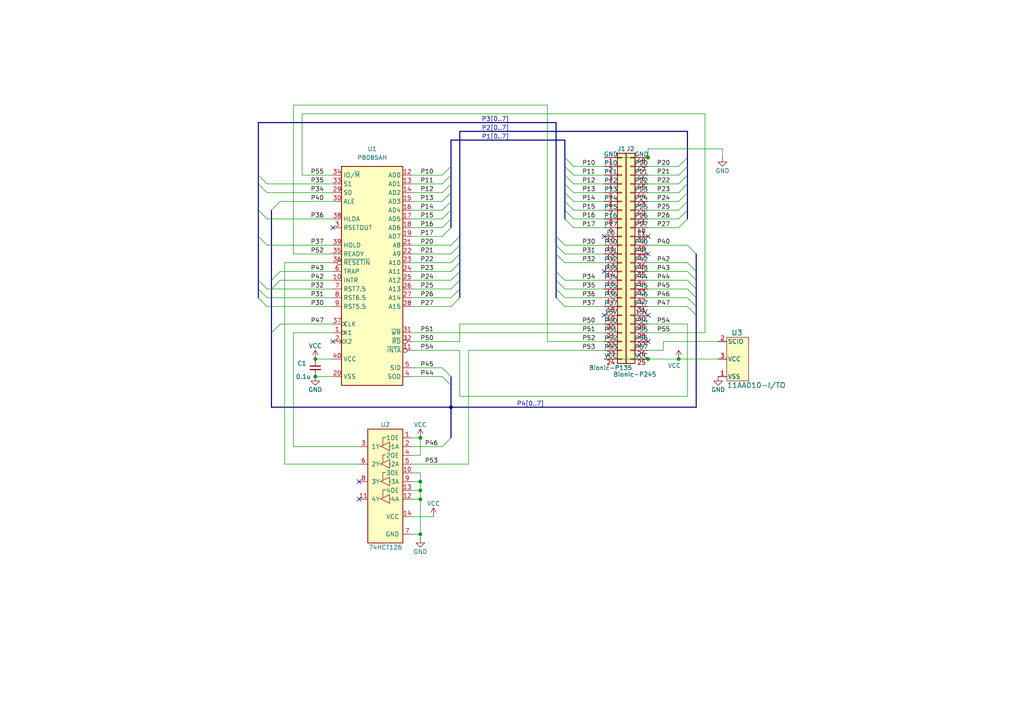
<source format=kicad_sch>
(kicad_sch (version 20230121) (generator eeschema)
  (paper "A4")
  (title_block (title "BionicP8085") (date "2021-12-24") (rev "2") (company "Tadashi G. Takaoka"))
  (lib_symbols
    (symbol "0-LocalLibrary:11AA010-I_TO" (pin_names (offset 0.254))
      (property "Reference" "U" (at 2.54 1.27 0))
      (property "Value" "11AA010-I/TO" (at 3.81 -13.97 0))
      (symbol "11AA010-I_TO_1_1"
        (rectangle (start 0 0) (end 6.35 -12.7) (fill (type background)))
        (pin power_in line (at -2.54 -11.43 0) (length 2.54) (name "VSS") (number "1"))
        (pin bidirectional line (at -2.54 -1.27 0) (length 2.54) (name "SCIO") (number "2"))
        (pin power_in line (at -2.54 -6.35 0) (length 2.54) (name "VCC") (number "3"))
      )
    )
    (symbol "0-LocalLibrary:74HCT126" (pin_names (offset 1.016))
      (property "Reference" "U" (at 0 16.51 0))
      (property "Value" "74HCT126" (at 0 -19.05 0))
      (symbol "74HCT126_0_1"
        (polyline (pts (xy -1.2954 10.2108) (xy -1.6002 10.2108)))
        (polyline (pts (xy 1.2954 10.2362) (xy 1.651 10.2362)))
        (polyline (pts (xy 0.7112 10.5664) (xy 0.7112 12.827) (xy -0.127 12.827) (xy -0.1016 12.827)))
      )
      (symbol "74HCT126_1_0"
        (polyline (pts (xy 1.27 10.2362) (xy -1.27 11.5062) (xy -1.27 8.9662) (xy 1.27 10.2362)) (stroke (width 0.1524)))
        (pin input line (at -7.62 12.7 0) (length 2.54) (name "1OE") (number "1"))
        (pin input line (at -7.62 2.54 0) (length 2.54) (name "3OE") (number "10"))
        (pin tri_state line (at 7.62 -5.08 180) (length 2.54) (name "4Y") (number "11"))
        (pin input line (at -7.62 -5.08 0) (length 2.54) (name "4A") (number "12"))
        (pin input line (at -7.62 -2.54 0) (length 2.54) (name "4OE") (number "13"))
        (pin power_in line (at -7.62 -10.16 0) (length 2.54) (name "VCC") (number "14"))
        (pin input line (at -7.62 10.16 0) (length 2.54) (name "1A") (number "2"))
        (pin tri_state line (at 7.62 10.16 180) (length 2.54) (name "1Y") (number "3"))
        (pin input line (at -7.62 7.62 0) (length 2.54) (name "2OE") (number "4"))
        (pin input line (at -7.62 5.08 0) (length 2.54) (name "2A") (number "5"))
        (pin tri_state line (at 7.62 5.08 180) (length 2.54) (name "2Y") (number "6"))
        (pin power_in line (at -7.62 -15.24 0) (length 2.54) (name "GND") (number "7"))
        (pin tri_state line (at 7.62 0 180) (length 2.54) (name "3Y") (number "8"))
        (pin input line (at -7.62 0 0) (length 2.54) (name "3A") (number "9"))
      )
      (symbol "74HCT126_1_1"
        (rectangle (start -5.08 15.24) (end 5.08 -17.78) (stroke (width 0.254)) (fill (type background)))
        (polyline (pts (xy -1.2954 -5.0292) (xy -1.6002 -5.0292)))
        (polyline (pts (xy -1.2954 0.0508) (xy -1.6002 0.0508)))
        (polyline (pts (xy -1.2954 5.1308) (xy -1.6002 5.1308)))
        (polyline (pts (xy 1.2954 -5.0038) (xy 1.651 -5.0038)))
        (polyline (pts (xy 1.2954 0.0762) (xy 1.651 0.0762)))
        (polyline (pts (xy 1.2954 5.1562) (xy 1.651 5.1562)))
        (polyline (pts (xy 0.7112 -4.6736) (xy 0.7112 -2.413) (xy -0.127 -2.413) (xy -0.1016 -2.413)))
        (polyline (pts (xy 0.7112 0.4064) (xy 0.7112 2.667) (xy -0.127 2.667) (xy -0.1016 2.667)))
        (polyline (pts (xy 0.7112 5.4864) (xy 0.7112 7.747) (xy -0.127 7.747) (xy -0.1016 7.747)))
        (polyline (pts (xy 1.27 -5.0038) (xy -1.27 -3.7338) (xy -1.27 -6.2738) (xy 1.27 -5.0038)) (stroke (width 0.1524)))
        (polyline (pts (xy 1.27 0.0762) (xy -1.27 1.3462) (xy -1.27 -1.1938) (xy 1.27 0.0762)) (stroke (width 0.1524)))
        (polyline (pts (xy 1.27 5.1562) (xy -1.27 6.4262) (xy -1.27 3.8862) (xy 1.27 5.1562)) (stroke (width 0.1524)))
      )
    )
    (symbol "0-LocalLibrary:Bionic-P135" (pin_names (offset 0))
      (property "Reference" "J" (at 0 30.48 0))
      (property "Value" "Bionic-P135" (at -1.27 -33.02 0))
      (symbol "Bionic-P135_1_1"
        (rectangle (start -1.27 -30.353) (end 0 -30.607) (stroke (width 0.1524)))
        (rectangle (start -1.27 -27.813) (end 0 -28.067) (stroke (width 0.1524)))
        (rectangle (start -1.27 -25.273) (end 0 -25.527) (stroke (width 0.1524)))
        (rectangle (start -1.27 -22.733) (end 0 -22.987) (stroke (width 0.1524)))
        (rectangle (start -1.27 -20.193) (end 0 -20.447) (stroke (width 0.1524)))
        (rectangle (start -1.27 -17.653) (end 0 -17.907) (stroke (width 0.1524)))
        (rectangle (start -1.27 -15.113) (end 0 -15.367) (stroke (width 0.1524)))
        (rectangle (start -1.27 -12.573) (end 0 -12.827) (stroke (width 0.1524)))
        (rectangle (start -1.27 -10.033) (end 0 -10.287) (stroke (width 0.1524)))
        (rectangle (start -1.27 -7.493) (end 0 -7.747) (stroke (width 0.1524)))
        (rectangle (start -1.27 -4.953) (end 0 -5.207) (stroke (width 0.1524)))
        (rectangle (start -1.27 -2.413) (end 0 -2.667) (stroke (width 0.1524)))
        (rectangle (start -1.27 0.127) (end 0 -0.127) (stroke (width 0.1524)))
        (rectangle (start -1.27 2.667) (end 0 2.413) (stroke (width 0.1524)))
        (rectangle (start -1.27 5.207) (end 0 4.953) (stroke (width 0.1524)))
        (rectangle (start -1.27 7.747) (end 0 7.493) (stroke (width 0.1524)))
        (rectangle (start -1.27 10.287) (end 0 10.033) (stroke (width 0.1524)))
        (rectangle (start -1.27 12.827) (end 0 12.573) (stroke (width 0.1524)))
        (rectangle (start -1.27 15.367) (end 0 15.113) (stroke (width 0.1524)))
        (rectangle (start -1.27 17.907) (end 0 17.653) (stroke (width 0.1524)))
        (rectangle (start -1.27 20.447) (end 0 20.193) (stroke (width 0.1524)))
        (rectangle (start -1.27 22.987) (end 0 22.733) (stroke (width 0.1524)))
        (rectangle (start -1.27 25.527) (end 0 25.273) (stroke (width 0.1524)))
        (rectangle (start -1.27 28.067) (end 0 27.813) (stroke (width 0.1524)))
        (rectangle (start -1.27 29.21) (end 1.27 -31.75) (stroke (width 0.254)) (fill (type background)))
        (pin power_out line (at -5.08 27.94 0) (length 3.81) (name "GND") (number "1"))
        (pin bidirectional line (at -5.08 5.08 0) (length 3.81) (name "E0") (number "10"))
        (pin bidirectional line (at -5.08 2.54 0) (length 3.81) (name "P30") (number "11"))
        (pin bidirectional line (at -5.08 0 0) (length 3.81) (name "P31") (number "12"))
        (pin bidirectional line (at -5.08 -2.54 0) (length 3.81) (name "P32") (number "13"))
        (pin bidirectional line (at -5.08 -5.08 0) (length 3.81) (name "P33") (number "14"))
        (pin bidirectional line (at -5.08 -7.62 0) (length 3.81) (name "P34") (number "15"))
        (pin bidirectional line (at -5.08 -10.16 0) (length 3.81) (name "P35") (number "16"))
        (pin bidirectional line (at -5.08 -12.7 0) (length 3.81) (name "P36") (number "17"))
        (pin bidirectional line (at -5.08 -15.24 0) (length 3.81) (name "P37") (number "18"))
        (pin power_out line (at -5.08 -17.78 0) (length 3.81) (name "15V") (number "19"))
        (pin bidirectional line (at -5.08 25.4 0) (length 3.81) (name "P10") (number "2"))
        (pin bidirectional line (at -5.08 -20.32 0) (length 3.81) (name "P50") (number "20"))
        (pin bidirectional line (at -5.08 -22.86 0) (length 3.81) (name "P51") (number "21"))
        (pin bidirectional line (at -5.08 -25.4 0) (length 3.81) (name "P52") (number "22"))
        (pin bidirectional line (at -5.08 -27.94 0) (length 3.81) (name "P53") (number "23"))
        (pin power_out line (at -5.08 -30.48 0) (length 3.81) (name "VCC") (number "24"))
        (pin bidirectional line (at -5.08 22.86 0) (length 3.81) (name "P11") (number "3"))
        (pin bidirectional line (at -5.08 20.32 0) (length 3.81) (name "P12") (number "4"))
        (pin bidirectional line (at -5.08 17.78 0) (length 3.81) (name "P13") (number "5"))
        (pin bidirectional line (at -5.08 15.24 0) (length 3.81) (name "P14") (number "6"))
        (pin bidirectional line (at -5.08 12.7 0) (length 3.81) (name "P15") (number "7"))
        (pin bidirectional line (at -5.08 10.16 0) (length 3.81) (name "P16") (number "8"))
        (pin bidirectional line (at -5.08 7.62 0) (length 3.81) (name "P17") (number "9"))
      )
    )
    (symbol "0-LocalLibrary:Bionic-P245" (pin_names (offset 0))
      (property "Reference" "J" (at -3.81 30.48 0))
      (property "Value" "Bionic-P245" (at -1.27 -33.02 0))
      (symbol "Bionic-P245_1_1"
        (rectangle (start -5.08 -31.75) (end -2.54 29.21) (stroke (width 0.254)) (fill (type background)))
        (rectangle (start -3.81 -30.607) (end -2.54 -30.353) (stroke (width 0.1524)))
        (rectangle (start -3.81 -28.067) (end -2.54 -27.813) (stroke (width 0.1524)))
        (rectangle (start -3.81 -25.527) (end -2.54 -25.273) (stroke (width 0.1524)))
        (rectangle (start -3.81 -22.987) (end -2.54 -22.733) (stroke (width 0.1524)))
        (rectangle (start -3.81 -20.447) (end -2.54 -20.193) (stroke (width 0.1524)))
        (rectangle (start -3.81 -17.907) (end -2.54 -17.653) (stroke (width 0.1524)))
        (rectangle (start -3.81 -15.367) (end -2.54 -15.113) (stroke (width 0.1524)))
        (rectangle (start -3.81 -12.827) (end -2.54 -12.573) (stroke (width 0.1524)))
        (rectangle (start -3.81 -10.287) (end -2.54 -10.033) (stroke (width 0.1524)))
        (rectangle (start -3.81 -7.747) (end -2.54 -7.493) (stroke (width 0.1524)))
        (rectangle (start -3.81 -5.207) (end -2.54 -4.953) (stroke (width 0.1524)))
        (rectangle (start -3.81 -2.667) (end -2.54 -2.413) (stroke (width 0.1524)))
        (rectangle (start -3.81 -0.127) (end -2.54 0.127) (stroke (width 0.1524)))
        (rectangle (start -3.81 2.413) (end -2.54 2.667) (stroke (width 0.1524)))
        (rectangle (start -3.81 4.953) (end -2.54 5.207) (stroke (width 0.1524)))
        (rectangle (start -3.81 7.493) (end -2.54 7.747) (stroke (width 0.1524)))
        (rectangle (start -3.81 10.033) (end -2.54 10.287) (stroke (width 0.1524)))
        (rectangle (start -3.81 12.573) (end -2.54 12.827) (stroke (width 0.1524)))
        (rectangle (start -3.81 15.113) (end -2.54 15.367) (stroke (width 0.1524)))
        (rectangle (start -3.81 17.653) (end -2.54 17.907) (stroke (width 0.1524)))
        (rectangle (start -3.81 20.193) (end -2.54 20.447) (stroke (width 0.1524)))
        (rectangle (start -3.81 22.733) (end -2.54 22.987) (stroke (width 0.1524)))
        (rectangle (start -3.81 25.273) (end -2.54 25.527) (stroke (width 0.1524)))
        (rectangle (start -3.81 27.813) (end -2.54 28.067) (stroke (width 0.1524)))
        (pin power_in line (at 1.27 -30.48 180) (length 3.81) (name "VCC") (number "25"))
        (pin bidirectional line (at 1.27 -27.94 180) (length 3.81) (name "P57") (number "26"))
        (pin bidirectional line (at 1.27 -25.4 180) (length 3.81) (name "P56") (number "27"))
        (pin bidirectional line (at 1.27 -22.86 180) (length 3.81) (name "P55") (number "28"))
        (pin bidirectional line (at 1.27 -20.32 180) (length 3.81) (name "P54") (number "29"))
        (pin power_in line (at 1.27 -17.78 180) (length 3.81) (name "15V") (number "30"))
        (pin bidirectional line (at 1.27 -15.24 180) (length 3.81) (name "P47") (number "31"))
        (pin bidirectional line (at 1.27 -12.7 180) (length 3.81) (name "P46") (number "32"))
        (pin bidirectional line (at 1.27 -10.16 180) (length 3.81) (name "P45") (number "33"))
        (pin bidirectional line (at 1.27 -7.62 180) (length 3.81) (name "P44") (number "34"))
        (pin bidirectional line (at 1.27 -5.08 180) (length 3.81) (name "P43") (number "35"))
        (pin bidirectional line (at 1.27 -2.54 180) (length 3.81) (name "P42") (number "36"))
        (pin bidirectional line (at 1.27 0 180) (length 3.81) (name "P41") (number "37"))
        (pin bidirectional line (at 1.27 2.54 180) (length 3.81) (name "P40") (number "38"))
        (pin bidirectional line (at 1.27 5.08 180) (length 3.81) (name "E1") (number "39"))
        (pin bidirectional line (at 1.27 7.62 180) (length 3.81) (name "P27") (number "40"))
        (pin bidirectional line (at 1.27 10.16 180) (length 3.81) (name "P26") (number "41"))
        (pin bidirectional line (at 1.27 12.7 180) (length 3.81) (name "P25") (number "42"))
        (pin bidirectional line (at 1.27 15.24 180) (length 3.81) (name "P24") (number "43"))
        (pin bidirectional line (at 1.27 17.78 180) (length 3.81) (name "P23") (number "44"))
        (pin bidirectional line (at 1.27 20.32 180) (length 3.81) (name "P22") (number "45"))
        (pin bidirectional line (at 1.27 22.86 180) (length 3.81) (name "P21") (number "46"))
        (pin bidirectional line (at 1.27 25.4 180) (length 3.81) (name "P20") (number "47"))
        (pin power_in line (at 1.27 27.94 180) (length 3.81) (name "GND") (number "48"))
      )
    )
    (symbol "0-LocalLibrary:P8085AH"
      (property "Reference" "U" (at -1.27 31.75 0))
      (property "Value" "P8085AH" (at 0 -3.81 90))
      (symbol "P8085AH_0_1"
        (rectangle (start -8.89 -33.02) (end 8.89 30.48) (stroke (width 0.254)) (fill (type background)))
      )
      (symbol "P8085AH_1_1"
        (pin input clock (at -11.43 -17.78 0) (length 2.54) (name "X1") (number "1"))
        (pin input line (at -11.43 -2.54 0) (length 2.54) (name "INTR") (number "10"))
        (pin output inverted (at 11.43 -22.86 180) (length 2.54) (name "~{INTA}") (number "11"))
        (pin bidirectional line (at 11.43 27.94 180) (length 2.54) (name "AD0") (number "12"))
        (pin bidirectional line (at 11.43 25.4 180) (length 2.54) (name "AD1") (number "13"))
        (pin bidirectional line (at 11.43 22.86 180) (length 2.54) (name "AD2") (number "14"))
        (pin bidirectional line (at 11.43 20.32 180) (length 2.54) (name "AD3") (number "15"))
        (pin bidirectional line (at 11.43 17.78 180) (length 2.54) (name "AD4") (number "16"))
        (pin bidirectional line (at 11.43 15.24 180) (length 2.54) (name "AD5") (number "17"))
        (pin bidirectional line (at 11.43 12.7 180) (length 2.54) (name "AD6") (number "18"))
        (pin bidirectional line (at 11.43 10.16 180) (length 2.54) (name "AD7") (number "19"))
        (pin input non_logic (at -11.43 -20.32 0) (length 2.54) (name "X2") (number "2"))
        (pin power_in line (at -11.43 -30.48 0) (length 2.54) (name "VSS") (number "20"))
        (pin output line (at 11.43 7.62 180) (length 2.54) (name "A8") (number "21"))
        (pin output line (at 11.43 5.08 180) (length 2.54) (name "A9") (number "22"))
        (pin output line (at 11.43 2.54 180) (length 2.54) (name "A10") (number "23"))
        (pin output line (at 11.43 0 180) (length 2.54) (name "A11") (number "24"))
        (pin output line (at 11.43 -2.54 180) (length 2.54) (name "A12") (number "25"))
        (pin output line (at 11.43 -5.08 180) (length 2.54) (name "A13") (number "26"))
        (pin output line (at 11.43 -7.62 180) (length 2.54) (name "A14") (number "27"))
        (pin output line (at 11.43 -10.16 180) (length 2.54) (name "A15") (number "28"))
        (pin output line (at -11.43 22.86 0) (length 2.54) (name "S0") (number "29"))
        (pin output line (at -11.43 12.7 0) (length 2.54) (name "RSETOUT") (number "3"))
        (pin output line (at -11.43 20.32 0) (length 2.54) (name "ALE") (number "30"))
        (pin output line (at 11.43 -17.78 180) (length 2.54) (name "~{WR}") (number "31"))
        (pin output inverted (at 11.43 -20.32 180) (length 2.54) (name "~{RD}") (number "32"))
        (pin output line (at -11.43 25.4 0) (length 2.54) (name "S1") (number "33"))
        (pin output line (at -11.43 27.94 0) (length 2.54) (name "IO/~{M}") (number "34"))
        (pin input line (at -11.43 5.08 0) (length 2.54) (name "READY") (number "35"))
        (pin input inverted (at -11.43 2.54 0) (length 2.54) (name "~{RESETIN}") (number "36"))
        (pin output clock (at -11.43 -15.24 0) (length 2.54) (name "CLK") (number "37"))
        (pin output line (at -11.43 15.24 0) (length 2.54) (name "HLDA") (number "38"))
        (pin input line (at -11.43 7.62 0) (length 2.54) (name "HOLD") (number "39"))
        (pin output line (at 11.43 -30.48 180) (length 2.54) (name "SOD") (number "4"))
        (pin power_in line (at -11.43 -25.4 0) (length 2.54) (name "VCC") (number "40"))
        (pin input line (at 11.43 -27.94 180) (length 2.54) (name "SID") (number "5"))
        (pin input line (at -11.43 0 0) (length 2.54) (name "TRAP") (number "6"))
        (pin input line (at -11.43 -5.08 0) (length 2.54) (name "RST7.5") (number "7"))
        (pin input line (at -11.43 -7.62 0) (length 2.54) (name "RST6.5") (number "8"))
        (pin input line (at -11.43 -10.16 0) (length 2.54) (name "RST5.5") (number "9"))
      )
    )
    (symbol "Device:C_Small" (pin_numbers hide) (pin_names (offset 0.254) hide)
      (property "Reference" "C" (at 0.254 1.778 0))
      (property "Value" "C_Small" (at 0.254 -2.032 0))
      (symbol "C_Small_0_1"
        (polyline (pts (xy -1.524 -0.508) (xy 1.524 -0.508)) (stroke (width 0.3302)))
        (polyline (pts (xy -1.524 0.508) (xy 1.524 0.508)) (stroke (width 0.3048)))
      )
      (symbol "C_Small_1_1"
        (pin passive line (at 0 2.54 270) (length 2.032) (name "~") (number "1"))
        (pin passive line (at 0 -2.54 90) (length 2.032) (name "~") (number "2"))
      )
    )
    (symbol "power:GND" (power) (pin_names (offset 0))
      (property "Value" "GND" (at 0 -3.81 0))
      (symbol "GND_0_1"
        (polyline (pts (xy 0 0) (xy 0 -1.27) (xy 1.27 -1.27) (xy 0 -2.54) (xy -1.27 -1.27) (xy 0 -1.27)))
      )
      (symbol "GND_1_1"
        (pin power_in line (at 0 0 270) (length 0) hide (name "GND") (number "1"))
      )
    )
    (symbol "power:VCC" (power) (pin_names (offset 0))
      (property "Value" "VCC" (at 0 3.81 0))
      (symbol "VCC_0_1"
        (polyline (pts (xy -0.762 1.27) (xy 0 2.54)))
        (polyline (pts (xy 0 0) (xy 0 2.54)))
        (polyline (pts (xy 0 2.54) (xy 0.762 1.27)))
      )
      (symbol "VCC_1_1"
        (pin power_in line (at 0 0 90) (length 0) hide (name "VCC") (number "1"))
      )
    )
  )
  (junction (at 196.85 104.14))
  (junction (at 187.96 104.14))
  (junction (at 91.44 109.22))
  (junction (at 121.92 142.24))
  (junction (at 121.92 127))
  (junction (at 91.44 104.14))
  (junction (at 121.92 154.94))
  (junction (at 130.81 118.11))
  (junction (at 187.96 45.72))
  (junction (at 121.92 144.78))
  (junction (at 121.92 139.7))
  (no_connect (at 175.26 68.58))
  (no_connect (at 187.96 91.44))
  (no_connect (at 175.26 91.44))
  (no_connect (at 187.96 68.58))
  (no_connect (at 187.96 73.66))
  (no_connect (at 96.52 99.06))
  (no_connect (at 175.26 78.74))
  (no_connect (at 96.52 66.04))
  (no_connect (at 104.14 144.78))
  (no_connect (at 104.14 139.7))
  (no_connect (at 187.96 99.06))
  (bus_entry (at 74.93 81.28) (size 2.54 2.54))
  (bus_entry (at 128.27 109.22) (size 2.54 2.54))
  (bus_entry (at 74.93 83.82) (size 2.54 2.54))
  (bus_entry (at 199.39 50.8) (size -2.54 2.54))
  (bus_entry (at 199.39 88.9) (size 2.54 2.54))
  (bus_entry (at 163.83 76.2) (size -2.54 -2.54))
  (bus_entry (at 74.93 50.8) (size 2.54 2.54))
  (bus_entry (at 163.83 81.28) (size -2.54 -2.54))
  (bus_entry (at 199.39 86.36) (size 2.54 2.54))
  (bus_entry (at 199.39 63.5) (size -2.54 2.54))
  (bus_entry (at 166.37 53.34) (size -2.54 -2.54))
  (bus_entry (at 133.35 86.36) (size -2.54 2.54))
  (bus_entry (at 163.83 83.82) (size -2.54 -2.54))
  (bus_entry (at 163.83 88.9) (size -2.54 -2.54))
  (bus_entry (at 128.27 50.8) (size 2.54 -2.54))
  (bus_entry (at 133.35 71.12) (size -2.54 2.54))
  (bus_entry (at 199.39 76.2) (size 2.54 2.54))
  (bus_entry (at 81.28 78.74) (size -2.54 2.54))
  (bus_entry (at 199.39 60.96) (size -2.54 2.54))
  (bus_entry (at 166.37 55.88) (size -2.54 -2.54))
  (bus_entry (at 74.93 53.34) (size 2.54 2.54))
  (bus_entry (at 133.35 68.58) (size -2.54 2.54))
  (bus_entry (at 166.37 63.5) (size -2.54 -2.54))
  (bus_entry (at 199.39 48.26) (size -2.54 2.54))
  (bus_entry (at 199.39 83.82) (size 2.54 2.54))
  (bus_entry (at 128.27 106.68) (size 2.54 2.54))
  (bus_entry (at 199.39 55.88) (size -2.54 2.54))
  (bus_entry (at 133.35 83.82) (size -2.54 2.54))
  (bus_entry (at 163.83 71.12) (size -2.54 -2.54))
  (bus_entry (at 163.83 73.66) (size -2.54 -2.54))
  (bus_entry (at 166.37 58.42) (size -2.54 -2.54))
  (bus_entry (at 166.37 60.96) (size -2.54 -2.54))
  (bus_entry (at 81.28 93.98) (size -2.54 2.54))
  (bus_entry (at 133.35 78.74) (size -2.54 2.54))
  (bus_entry (at 74.93 86.36) (size 2.54 2.54))
  (bus_entry (at 166.37 48.26) (size -2.54 -2.54))
  (bus_entry (at 199.39 45.72) (size -2.54 2.54))
  (bus_entry (at 133.35 73.66) (size -2.54 2.54))
  (bus_entry (at 128.27 68.58) (size 2.54 -2.54))
  (bus_entry (at 133.35 81.28) (size -2.54 2.54))
  (bus_entry (at 128.27 66.04) (size 2.54 -2.54))
  (bus_entry (at 133.35 76.2) (size -2.54 2.54))
  (bus_entry (at 128.27 63.5) (size 2.54 -2.54))
  (bus_entry (at 166.37 50.8) (size -2.54 -2.54))
  (bus_entry (at 128.27 60.96) (size 2.54 -2.54))
  (bus_entry (at 128.27 55.88) (size 2.54 -2.54))
  (bus_entry (at 128.27 53.34) (size 2.54 -2.54))
  (bus_entry (at 199.39 81.28) (size 2.54 2.54))
  (bus_entry (at 130.81 127) (size -2.54 2.54))
  (bus_entry (at 166.37 66.04) (size -2.54 -2.54))
  (bus_entry (at 199.39 71.12) (size 2.54 2.54))
  (bus_entry (at 74.93 68.58) (size 2.54 2.54))
  (bus_entry (at 199.39 58.42) (size -2.54 2.54))
  (bus_entry (at 81.28 58.42) (size -2.54 2.54))
  (bus_entry (at 199.39 53.34) (size -2.54 2.54))
  (bus_entry (at 199.39 78.74) (size 2.54 2.54))
  (bus_entry (at 81.28 81.28) (size -2.54 2.54))
  (bus_entry (at 74.93 60.96) (size 2.54 2.54))
  (bus_entry (at 128.27 58.42) (size 2.54 -2.54))
  (bus_entry (at 163.83 86.36) (size -2.54 -2.54))
  (wire (pts (xy 187.96 71.12) (xy 199.39 71.12)))
  (wire (pts (xy 204.47 96.52) (xy 204.47 33.02)))
  (wire (pts (xy 209.55 43.18) (xy 209.55 45.72)))
  (wire (pts (xy 119.38 55.88) (xy 128.27 55.88)))
  (wire (pts (xy 187.96 78.74) (xy 199.39 78.74)))
  (wire (pts (xy 87.63 33.02) (xy 87.63 50.8)))
  (wire (pts (xy 187.96 81.28) (xy 199.39 81.28)))
  (wire (pts (xy 104.14 134.62) (xy 82.55 134.62)))
  (wire (pts (xy 119.38 134.62) (xy 135.89 134.62)))
  (bus (pts (xy 74.93 83.82) (xy 74.93 86.36)))
  (wire (pts (xy 175.26 48.26) (xy 166.37 48.26)))
  (wire (pts (xy 119.38 50.8) (xy 128.27 50.8)))
  (bus (pts (xy 163.83 50.8) (xy 163.83 53.34)))
  (wire (pts (xy 128.27 106.68) (xy 119.38 106.68)))
  (wire (pts (xy 187.96 43.18) (xy 187.96 45.72)))
  (wire (pts (xy 119.38 132.08) (xy 121.92 132.08)))
  (wire (pts (xy 158.75 30.48) (xy 85.09 30.48)))
  (wire (pts (xy 187.96 101.6) (xy 192.405 101.6)))
  (wire (pts (xy 119.38 73.66) (xy 130.81 73.66)))
  (bus (pts (xy 161.29 71.12) (xy 161.29 68.58)))
  (bus (pts (xy 130.81 40.64) (xy 163.83 40.64)))
  (wire (pts (xy 96.52 78.74) (xy 81.28 78.74)))
  (bus (pts (xy 74.93 35.56) (xy 161.29 35.56)))
  (bus (pts (xy 161.29 78.74) (xy 161.29 73.66)))
  (wire (pts (xy 91.44 109.22) (xy 96.52 109.22)))
  (wire (pts (xy 133.35 93.98) (xy 133.35 99.06)))
  (bus (pts (xy 199.39 48.26) (xy 199.39 50.8)))
  (bus (pts (xy 78.74 96.52) (xy 78.74 118.11)))
  (bus (pts (xy 199.39 38.1) (xy 199.39 45.72)))
  (bus (pts (xy 130.81 60.96) (xy 130.81 63.5)))
  (bus (pts (xy 78.74 81.28) (xy 78.74 83.82)))
  (wire (pts (xy 119.38 83.82) (xy 130.81 83.82)))
  (wire (pts (xy 119.38 71.12) (xy 130.81 71.12)))
  (bus (pts (xy 201.93 73.66) (xy 201.93 78.74)))
  (bus (pts (xy 163.83 40.64) (xy 163.83 45.72)))
  (bus (pts (xy 130.81 50.8) (xy 130.81 53.34)))
  (bus (pts (xy 74.93 35.56) (xy 74.93 50.8)))
  (bus (pts (xy 74.93 81.28) (xy 74.93 83.82)))
  (wire (pts (xy 187.96 58.42) (xy 196.85 58.42)))
  (bus (pts (xy 161.29 73.66) (xy 161.29 71.12)))
  (bus (pts (xy 74.93 50.8) (xy 74.93 53.34)))
  (bus (pts (xy 130.81 63.5) (xy 130.81 66.04)))
  (bus (pts (xy 201.93 86.36) (xy 201.93 88.9)))
  (wire (pts (xy 187.96 104.14) (xy 196.85 104.14)))
  (bus (pts (xy 201.93 83.82) (xy 201.93 86.36)))
  (wire (pts (xy 96.52 96.52) (xy 85.09 96.52)))
  (bus (pts (xy 130.81 109.22) (xy 130.81 111.76)))
  (wire (pts (xy 187.96 83.82) (xy 199.39 83.82)))
  (wire (pts (xy 119.38 66.04) (xy 128.27 66.04)))
  (wire (pts (xy 77.47 83.82) (xy 78.74 83.82)))
  (bus (pts (xy 161.29 68.58) (xy 161.29 35.56)))
  (wire (pts (xy 81.28 93.98) (xy 96.52 93.98)))
  (wire (pts (xy 187.96 88.9) (xy 199.39 88.9)))
  (wire (pts (xy 119.38 127) (xy 121.92 127)))
  (wire (pts (xy 119.38 53.34) (xy 128.27 53.34)))
  (bus (pts (xy 74.93 53.34) (xy 74.93 60.96)))
  (wire (pts (xy 175.26 60.96) (xy 166.37 60.96)))
  (wire (pts (xy 187.96 48.26) (xy 196.85 48.26)))
  (bus (pts (xy 199.39 55.88) (xy 199.39 58.42)))
  (bus (pts (xy 199.39 58.42) (xy 199.39 60.96)))
  (wire (pts (xy 119.38 109.22) (xy 128.27 109.22)))
  (wire (pts (xy 81.28 81.28) (xy 96.52 81.28)))
  (bus (pts (xy 133.35 78.74) (xy 133.35 81.28)))
  (bus (pts (xy 199.39 45.72) (xy 199.39 48.26)))
  (wire (pts (xy 78.74 83.82) (xy 96.52 83.82)))
  (wire (pts (xy 158.75 99.06) (xy 158.75 30.48)))
  (bus (pts (xy 163.83 45.72) (xy 163.83 48.26)))
  (wire (pts (xy 187.96 86.36) (xy 199.39 86.36)))
  (bus (pts (xy 163.83 60.96) (xy 163.83 63.5)))
  (wire (pts (xy 119.38 101.6) (xy 133.35 101.6)))
  (wire (pts (xy 119.38 96.52) (xy 175.26 96.52)))
  (wire (pts (xy 163.83 73.66) (xy 175.26 73.66)))
  (bus (pts (xy 201.93 78.74) (xy 201.93 81.28)))
  (bus (pts (xy 163.83 53.34) (xy 163.83 55.88)))
  (bus (pts (xy 74.93 60.96) (xy 74.93 68.58)))
  (wire (pts (xy 175.26 53.34) (xy 166.37 53.34)))
  (wire (pts (xy 187.96 96.52) (xy 204.47 96.52)))
  (bus (pts (xy 199.39 50.8) (xy 199.39 53.34)))
  (wire (pts (xy 192.405 101.6) (xy 192.405 99.06)))
  (wire (pts (xy 121.92 127) (xy 121.92 132.08)))
  (bus (pts (xy 161.29 81.28) (xy 161.29 78.74)))
  (bus (pts (xy 130.81 111.76) (xy 130.81 118.11)))
  (wire (pts (xy 119.38 88.9) (xy 130.81 88.9)))
  (bus (pts (xy 133.35 38.1) (xy 199.39 38.1)))
  (wire (pts (xy 119.38 76.2) (xy 130.81 76.2)))
  (bus (pts (xy 163.83 55.88) (xy 163.83 58.42)))
  (wire (pts (xy 175.26 66.04) (xy 166.37 66.04)))
  (bus (pts (xy 163.83 58.42) (xy 163.83 60.96)))
  (wire (pts (xy 163.83 76.2) (xy 175.26 76.2)))
  (wire (pts (xy 121.92 139.7) (xy 121.92 142.24)))
  (bus (pts (xy 161.29 86.36) (xy 161.29 83.82)))
  (wire (pts (xy 121.92 144.78) (xy 121.92 154.94)))
  (wire (pts (xy 158.75 99.06) (xy 175.26 99.06)))
  (wire (pts (xy 192.405 99.06) (xy 208.28 99.06)))
  (bus (pts (xy 133.35 73.66) (xy 133.35 76.2)))
  (bus (pts (xy 199.39 60.96) (xy 199.39 63.5)))
  (wire (pts (xy 175.26 104.14) (xy 187.96 104.14)))
  (bus (pts (xy 161.29 83.82) (xy 161.29 81.28)))
  (wire (pts (xy 119.38 63.5) (xy 128.27 63.5)))
  (wire (pts (xy 163.83 88.9) (xy 175.26 88.9)))
  (wire (pts (xy 119.38 139.7) (xy 121.92 139.7)))
  (wire (pts (xy 119.38 129.54) (xy 128.27 129.54)))
  (wire (pts (xy 82.55 76.2) (xy 96.52 76.2)))
  (bus (pts (xy 201.93 118.11) (xy 130.81 118.11)))
  (bus (pts (xy 133.35 81.28) (xy 133.35 83.82)))
  (wire (pts (xy 119.38 149.86) (xy 125.73 149.86)))
  (wire (pts (xy 187.96 53.34) (xy 196.85 53.34)))
  (wire (pts (xy 196.85 104.14) (xy 208.28 104.14)))
  (wire (pts (xy 77.47 88.9) (xy 96.52 88.9)))
  (wire (pts (xy 187.96 66.04) (xy 196.85 66.04)))
  (wire (pts (xy 175.26 45.72) (xy 187.96 45.72)))
  (wire (pts (xy 187.96 50.8) (xy 196.85 50.8)))
  (wire (pts (xy 163.83 86.36) (xy 175.26 86.36)))
  (wire (pts (xy 119.38 58.42) (xy 128.27 58.42)))
  (wire (pts (xy 77.47 55.88) (xy 96.52 55.88)))
  (wire (pts (xy 135.89 101.6) (xy 175.26 101.6)))
  (wire (pts (xy 199.39 93.98) (xy 199.39 114.935)))
  (wire (pts (xy 121.92 137.16) (xy 121.92 139.7)))
  (wire (pts (xy 135.89 101.6) (xy 135.89 134.62)))
  (wire (pts (xy 187.96 76.2) (xy 199.39 76.2)))
  (wire (pts (xy 82.55 134.62) (xy 82.55 76.2)))
  (wire (pts (xy 121.92 142.24) (xy 121.92 144.78)))
  (bus (pts (xy 130.81 118.11) (xy 130.81 127)))
  (wire (pts (xy 85.09 30.48) (xy 85.09 73.66)))
  (wire (pts (xy 85.09 96.52) (xy 85.09 129.54)))
  (wire (pts (xy 187.96 93.98) (xy 199.39 93.98)))
  (wire (pts (xy 187.96 63.5) (xy 196.85 63.5)))
  (wire (pts (xy 175.26 63.5) (xy 166.37 63.5)))
  (wire (pts (xy 175.26 55.88) (xy 166.37 55.88)))
  (wire (pts (xy 119.38 81.28) (xy 130.81 81.28)))
  (wire (pts (xy 119.38 99.06) (xy 133.35 99.06)))
  (wire (pts (xy 175.26 50.8) (xy 166.37 50.8)))
  (wire (pts (xy 91.44 104.14) (xy 96.52 104.14)))
  (wire (pts (xy 119.38 144.78) (xy 121.92 144.78)))
  (bus (pts (xy 163.83 48.26) (xy 163.83 50.8)))
  (wire (pts (xy 119.38 68.58) (xy 128.27 68.58)))
  (wire (pts (xy 187.96 60.96) (xy 196.85 60.96)))
  (bus (pts (xy 130.81 58.42) (xy 130.81 60.96)))
  (wire (pts (xy 77.47 53.34) (xy 96.52 53.34)))
  (wire (pts (xy 119.38 137.16) (xy 121.92 137.16)))
  (bus (pts (xy 199.39 53.34) (xy 199.39 55.88)))
  (bus (pts (xy 130.81 53.34) (xy 130.81 55.88)))
  (bus (pts (xy 78.74 118.11) (xy 130.81 118.11)))
  (wire (pts (xy 163.83 71.12) (xy 175.26 71.12)))
  (wire (pts (xy 187.96 43.18) (xy 209.55 43.18)))
  (wire (pts (xy 77.47 71.12) (xy 96.52 71.12)))
  (bus (pts (xy 78.74 83.82) (xy 78.74 96.52)))
  (bus (pts (xy 133.35 38.1) (xy 133.35 68.58)))
  (wire (pts (xy 133.35 93.98) (xy 175.26 93.98)))
  (wire (pts (xy 175.26 58.42) (xy 166.37 58.42)))
  (bus (pts (xy 201.93 91.44) (xy 201.93 118.11)))
  (bus (pts (xy 130.81 55.88) (xy 130.81 58.42)))
  (wire (pts (xy 133.35 114.935) (xy 133.35 101.6)))
  (wire (pts (xy 119.38 86.36) (xy 130.81 86.36)))
  (bus (pts (xy 133.35 68.58) (xy 133.35 71.12)))
  (wire (pts (xy 187.96 55.88) (xy 196.85 55.88)))
  (wire (pts (xy 119.38 142.24) (xy 121.92 142.24)))
  (wire (pts (xy 163.83 81.28) (xy 175.26 81.28)))
  (wire (pts (xy 121.92 156.21) (xy 121.92 154.94)))
  (wire (pts (xy 96.52 58.42) (xy 81.28 58.42)))
  (bus (pts (xy 130.81 40.64) (xy 130.81 48.26)))
  (bus (pts (xy 130.81 48.26) (xy 130.81 50.8)))
  (wire (pts (xy 85.09 129.54) (xy 104.14 129.54)))
  (wire (pts (xy 199.39 114.935) (xy 133.35 114.935)))
  (wire (pts (xy 163.83 83.82) (xy 175.26 83.82)))
  (wire (pts (xy 204.47 33.02) (xy 87.63 33.02)))
  (wire (pts (xy 85.09 73.66) (xy 96.52 73.66)))
  (bus (pts (xy 133.35 83.82) (xy 133.35 86.36)))
  (bus (pts (xy 74.93 68.58) (xy 74.93 81.28)))
  (bus (pts (xy 201.93 81.28) (xy 201.93 83.82)))
  (wire (pts (xy 77.47 86.36) (xy 96.52 86.36)))
  (wire (pts (xy 119.38 60.96) (xy 128.27 60.96)))
  (wire (pts (xy 87.63 50.8) (xy 96.52 50.8)))
  (bus (pts (xy 133.35 71.12) (xy 133.35 73.66)))
  (bus (pts (xy 133.35 76.2) (xy 133.35 78.74)))
  (bus (pts (xy 78.74 60.96) (xy 78.74 81.28)))
  (wire (pts (xy 119.38 78.74) (xy 130.81 78.74)))
  (bus (pts (xy 201.93 88.9) (xy 201.93 91.44)))
  (wire (pts (xy 119.38 154.94) (xy 121.92 154.94)))
  (wire (pts (xy 77.47 63.5) (xy 96.52 63.5)))
  (label "P34" (at 93.98 55.88 180))
  (label "P44" (at 121.92 109.22 0))
  (label "P55" (at 190.5 96.52 0))
  (label "P16" (at 121.92 66.04 0))
  (label "P13" (at 121.92 58.42 0))
  (label "P46" (at 190.5 86.36 0))
  (label "P15" (at 121.92 63.5 0))
  (label "P40" (at 93.98 58.42 180))
  (label "P24" (at 190.5 58.42 0))
  (label "P35" (at 93.98 53.34 180))
  (label "P30" (at 172.72 71.12 180))
  (label "P47" (at 93.98 93.98 180))
  (label "P31" (at 172.72 73.66 180))
  (label "P22" (at 121.92 76.2 0))
  (label "P3[0..7]" (at 139.7 35.56 0))
  (label "P26" (at 190.5 63.5 0))
  (label "P17" (at 121.92 68.58 0))
  (label "P45" (at 121.92 106.68 0))
  (label "P10" (at 172.72 48.26 180))
  (label "P37" (at 93.98 71.12 180))
  (label "P43" (at 93.98 78.74 180))
  (label "P14" (at 121.92 60.96 0))
  (label "P32" (at 172.72 76.2 180))
  (label "P55" (at 93.98 50.8 180))
  (label "P44" (at 190.5 81.28 0))
  (label "P31" (at 93.98 86.36 180))
  (label "P11" (at 172.72 50.8 180))
  (label "P26" (at 121.92 86.36 0))
  (label "P25" (at 190.5 60.96 0))
  (label "P15" (at 172.72 60.96 180))
  (label "P54" (at 121.92 101.6 0))
  (label "P13" (at 172.72 55.88 180))
  (label "P53" (at 123.19 134.62 0))
  (label "P22" (at 190.5 53.34 0))
  (label "P1[0..7]" (at 139.7 40.64 0))
  (label "P35" (at 172.72 83.82 180))
  (label "P36" (at 93.98 63.5 180))
  (label "P51" (at 172.72 96.52 180))
  (label "P50" (at 172.72 93.98 180))
  (label "P17" (at 172.72 66.04 180))
  (label "P20" (at 121.92 71.12 0))
  (label "P23" (at 121.92 78.74 0))
  (label "P40" (at 190.5 71.12 0))
  (label "P10" (at 121.92 50.8 0))
  (label "P52" (at 172.72 99.06 180))
  (label "P54" (at 190.5 93.98 0))
  (label "P47" (at 190.5 88.9 0))
  (label "P14" (at 172.72 58.42 180))
  (label "P21" (at 190.5 50.8 0))
  (label "P16" (at 172.72 63.5 180))
  (label "P36" (at 172.72 86.36 180))
  (label "P12" (at 172.72 53.34 180))
  (label "P2[0..7]" (at 139.7 38.1 0))
  (label "P4[0..7]" (at 149.86 118.11 0))
  (label "P23" (at 190.5 55.88 0))
  (label "P34" (at 172.72 81.28 180))
  (label "P45" (at 190.5 83.82 0))
  (label "P53" (at 172.72 101.6 180))
  (label "P43" (at 190.5 78.74 0))
  (label "P11" (at 121.92 53.34 0))
  (label "P42" (at 93.98 81.28 180))
  (label "P37" (at 172.72 88.9 180))
  (label "P32" (at 93.98 83.82 180))
  (label "P52" (at 93.98 73.66 180))
  (label "P42" (at 190.5 76.2 0))
  (label "P27" (at 190.5 66.04 0))
  (label "P25" (at 121.92 83.82 0))
  (label "P46" (at 123.19 129.54 0))
  (label "P21" (at 121.92 73.66 0))
  (label "P30" (at 93.98 88.9 180))
  (label "P20" (at 190.5 48.26 0))
  (label "P27" (at 121.92 88.9 0))
  (label "P24" (at 121.92 81.28 0))
  (label "P12" (at 121.92 55.88 0))
  (label "P50" (at 121.92 99.06 0))
  (label "P51" (at 121.92 96.52 0))
  (symbol (lib_id "Device:C_Small") (at 91.44 106.68 0) (mirror y) (unit 1)
    (property "Reference" "C1" (at 88.9 105.41 0) (effects (justify left)))
    (property "Value" "0.1u" (at 90.17 109.22 0) (effects (justify left)))
    (property "Footprint" "Capacitor_THT:C_Disc_D3.4mm_W2.1mm_P2.50mm" (effects hide))
  )
  (symbol (lib_id "0-LocalLibrary:74HCT126") (at 111.76 139.7 0) (mirror y) (unit 1)
    (property "Reference" "U2" (at 111.76 123.19 0))
    (property "Value" "74HCT126" (at 111.76 158.75 0))
    (property "Footprint" "Package_DIP:DIP-14_W7.62mm" (effects hide))
    (property "Datasheet" "https://www.ti.com/lit/ds/symlink/cd74hct126.pdf" (effects hide))
  )
  (symbol (lib_id "0-LocalLibrary:11AA010-I_TO") (at 210.82 97.79 0) (unit 1)
    (property "Reference" "U3" (at 212.09 96.52 0) (effects (font (size 1.524 1.524)) (justify left)))
    (property "Value" "11AA010-I/TO" (at 210.82 111.76 0) (effects (font (size 1.524 1.524)) (justify left)))
    (property "Footprint" "TO-92_MC_MCH" (effects hide))
    (property "Datasheet" "11AA010-I/TO" (effects hide))
  )
  (symbol (lib_id "power:GND") (at 208.28 109.22 0) (unit 1)
    (property "Reference" "#PWR08" (effects hide))
    (property "Value" "GND" (at 208.28 113.03 0))
  )
  (symbol (lib_id "power:VCC") (at 121.92 127 0) (unit 1)
    (property "Reference" "#PWR07" (effects hide))
    (property "Value" "VCC" (at 121.92 123.19 0))
  )
  (symbol (lib_id "0-LocalLibrary:Bionic-P245") (at 186.69 73.66 0) (unit 1)
    (property "Reference" "J2" (at 182.88 43.18 0))
    (property "Value" "Bionic-P245" (at 184.15 108.585 0))
    (property "Footprint" "connector:Bionic-P245_Vertical" (effects hide))
  )
  (symbol (lib_id "0-LocalLibrary:P8085AH") (at 107.95 78.74 0) (unit 1)
    (property "Reference" "U1" (at 107.95 43.18 0))
    (property "Value" "P8085AH" (at 107.95 45.72 0))
    (property "Footprint" "Package_DIP:DIP-40_W15.24mm" (effects hide))
    (property "Datasheet" "https://datasheetspdf.com/pdf-file/45011/IntelCorporation/8085AH/1" (effects hide))
  )
  (symbol (lib_id "power:GND") (at 121.92 156.21 0) (unit 1)
    (property "Reference" "#PWR02" (effects hide))
    (property "Value" "GND" (at 121.92 160.02 0))
  )
  (symbol (lib_id "power:GND") (at 209.55 45.72 0) (unit 1)
    (property "Reference" "#PWR01" (effects hide))
    (property "Value" "GND" (at 209.55 49.53 0))
  )
  (symbol (lib_id "power:VCC") (at 125.73 149.86 0) (unit 1)
    (property "Reference" "#PWR05" (effects hide))
    (property "Value" "VCC" (at 125.73 146.05 0))
  )
  (symbol (lib_id "power:GND") (at 91.44 109.22 0) (unit 1)
    (property "Reference" "#PWR03" (effects hide))
    (property "Value" "GND" (at 91.44 113.03 0))
  )
  (symbol (lib_id "power:VCC") (at 196.85 104.14 0) (unit 1)
    (property "Reference" "#PWR04" (effects hide))
    (property "Value" "VCC" (at 195.58 106.045 0))
  )
  (symbol (lib_id "power:VCC") (at 91.44 104.14 0) (unit 1)
    (property "Reference" "#PWR06" (effects hide))
    (property "Value" "VCC" (at 91.44 100.33 0))
  )
  (symbol (lib_id "0-LocalLibrary:Bionic-P135") (at 180.34 73.66 0) (unit 1)
    (property "Reference" "J1" (at 179.07 43.18 0) (effects (justify left)))
    (property "Value" "Bionic-P135" (at 170.815 106.68 0) (effects (justify left)))
    (property "Footprint" "connector:Bionic-P135_Vertical" (effects hide))
  )
)
</source>
